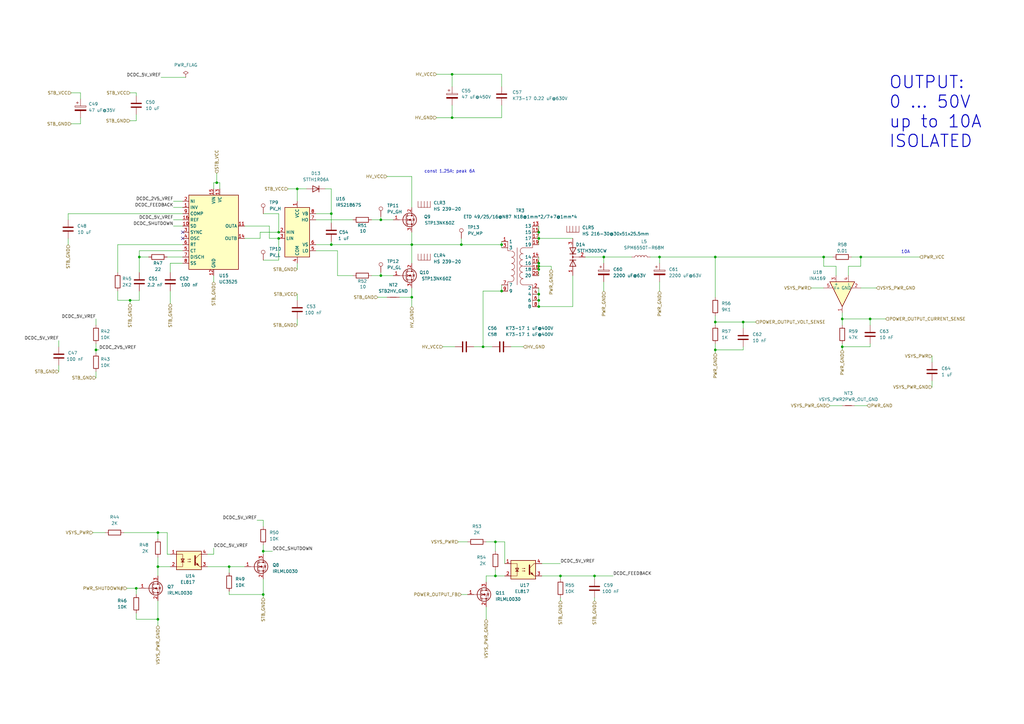
<source format=kicad_sch>
(kicad_sch (version 20231120) (generator "eeschema") (generator_version "8.0")
  (paper "A3")
  (lib_symbols
    (symbol "Amplifier_Current:INA169" (pin_names (offset 0.127))
      (property "Reference" "U" (at 3.81 5.08 0))
      (property "Value" "INA169" (at 3.81 2.54 0))
      (symbol "INA169_0_1"
        (polyline (pts (xy -5.08 5.08) (xy 5.08 0) (xy -5.08 -5.08) (xy -5.08 5.08)) (stroke (width 0.254)) (fill (type background)))
      )
      (symbol "INA169_1_1"
        (pin output line (at 7.62 0 180) (length 2.54) (name "~") (number "1"))
        (pin power_in line (at -2.54 -7.62 90) (length 3.81) (name "GND") (number "2"))
        (pin input line (at -7.62 2.54 0) (length 2.54) (name "+") (number "3"))
        (pin input line (at -7.62 -2.54 0) (length 2.54) (name "-") (number "4"))
        (pin power_in line (at -2.54 7.62 270) (length 3.81) (name "V+") (number "5"))
      )
    )
    (symbol "Connector:TestPoint" (pin_numbers hide) (pin_names (offset 0.762) hide)
      (property "Reference" "TP" (at 0 6.858 0))
      (property "Value" "TestPoint" (at 0 5.08 0))
      (symbol "TestPoint_0_1"
        (circle (center 0 3.302) (radius 0.762))
      )
      (symbol "TestPoint_1_1"
        (pin passive line (at 0 0 90) (length 2.54) (name "1") (number "1"))
      )
    )
    (symbol "Device:C" (pin_numbers hide) (pin_names (offset 0.254))
      (property "Reference" "C" (at 0.635 2.54 0))
      (property "Value" "C" (at 0.635 -2.54 0))
      (symbol "C_0_1"
        (polyline (pts (xy -2.032 -0.762) (xy 2.032 -0.762)) (stroke (width 0.508)))
        (polyline (pts (xy -2.032 0.762) (xy 2.032 0.762)) (stroke (width 0.508)))
      )
      (symbol "C_1_1"
        (pin passive line (at 0 3.81 270) (length 2.794) (name "~") (number "1"))
        (pin passive line (at 0 -3.81 90) (length 2.794) (name "~") (number "2"))
      )
    )
    (symbol "Device:C_Polarized" (pin_numbers hide) (pin_names (offset 0.254))
      (property "Reference" "C" (at 0.635 2.54 0))
      (property "Value" "C_Polarized" (at 0.635 -2.54 0))
      (symbol "C_Polarized_0_1"
        (rectangle (start -2.286 0.508) (end 2.286 1.016))
        (polyline (pts (xy -1.778 2.286) (xy -0.762 2.286)))
        (polyline (pts (xy -1.27 2.794) (xy -1.27 1.778)))
        (rectangle (start 2.286 -0.508) (end -2.286 -1.016) (fill (type outline)))
      )
      (symbol "C_Polarized_1_1"
        (pin passive line (at 0 3.81 270) (length 2.794) (name "~") (number "1"))
        (pin passive line (at 0 -3.81 90) (length 2.794) (name "~") (number "2"))
      )
    )
    (symbol "Device:D" (pin_numbers hide) (pin_names (offset 1.016) hide)
      (property "Reference" "D" (at 0 2.54 0))
      (property "Value" "D" (at 0 -2.54 0))
      (symbol "D_0_1"
        (polyline (pts (xy -1.27 1.27) (xy -1.27 -1.27)) (stroke (width 0.254)))
        (polyline (pts (xy 1.27 0) (xy -1.27 0)))
        (polyline (pts (xy 1.27 1.27) (xy 1.27 -1.27) (xy -1.27 0) (xy 1.27 1.27)) (stroke (width 0.254)))
      )
      (symbol "D_1_1"
        (pin passive line (at -3.81 0 0) (length 2.54) (name "K") (number "1"))
        (pin passive line (at 3.81 0 180) (length 2.54) (name "A") (number "2"))
      )
    )
    (symbol "Device:D_Dual_CommonCathode_AKA" (pin_names (offset 0.762) hide)
      (property "Reference" "D" (at 1.27 -2.54 0))
      (property "Value" "D_Dual_CommonCathode_AKA" (at 0 2.54 0))
      (symbol "D_Dual_CommonCathode_AKA_0_1"
        (polyline (pts (xy 0 0) (xy 0 -2.54)))
        (polyline (pts (xy 3.81 0) (xy -3.81 0)))
        (polyline (pts (xy -1.27 -1.27) (xy -1.27 1.27) (xy -1.27 1.27)) (stroke (width 0.254)))
        (polyline (pts (xy 1.27 -1.27) (xy 1.27 1.27) (xy 1.27 1.27)) (stroke (width 0.254)))
        (polyline (pts (xy -3.81 1.27) (xy -1.27 0) (xy -3.81 -1.27) (xy -3.81 1.27) (xy -3.81 1.27) (xy -3.81 1.27)) (stroke (width 0.254)))
        (polyline (pts (xy 3.81 -1.27) (xy 1.27 0) (xy 3.81 1.27) (xy 3.81 -1.27) (xy 3.81 -1.27) (xy 3.81 -1.27)) (stroke (width 0.254)))
        (circle (center 0 0) (radius 0.254) (fill (type outline)))
        (pin passive line (at -7.62 0 0) (length 3.81) (name "A") (number "1"))
        (pin passive line (at 0 -5.08 90) (length 2.54) (name "K") (number "2"))
        (pin passive line (at 7.62 0 180) (length 3.81) (name "A") (number "3"))
      )
    )
    (symbol "Device:L" (pin_numbers hide) (pin_names (offset 1.016) hide)
      (property "Reference" "L" (at -1.27 0 90))
      (property "Value" "L" (at 1.905 0 90))
      (symbol "L_0_1"
        (arc (start 0 -2.54) (mid 0.6323 -1.905) (end 0 -1.27))
        (arc (start 0 -1.27) (mid 0.6323 -0.635) (end 0 0))
        (arc (start 0 0) (mid 0.6323 0.635) (end 0 1.27))
        (arc (start 0 1.27) (mid 0.6323 1.905) (end 0 2.54))
      )
      (symbol "L_1_1"
        (pin passive line (at 0 3.81 270) (length 1.27) (name "1") (number "1"))
        (pin passive line (at 0 -3.81 90) (length 1.27) (name "2") (number "2"))
      )
    )
    (symbol "Device:NetTie_2" (pin_numbers hide) (pin_names (offset 0) hide) (in_bom no)
      (property "Reference" "NT" (at 0 1.27 0))
      (property "Value" "NetTie_2" (at 0 -1.27 0))
      (symbol "NetTie_2_0_1"
        (polyline (pts (xy -1.27 0) (xy 1.27 0)) (stroke (width 0.254)))
      )
      (symbol "NetTie_2_1_1"
        (pin passive line (at -2.54 0 0) (length 2.54) (name "1") (number "1"))
        (pin passive line (at 2.54 0 180) (length 2.54) (name "2") (number "2"))
      )
    )
    (symbol "Device:Q_NMOS_GDS" (pin_names (offset 0) hide)
      (property "Reference" "Q" (at 5.08 1.27 0))
      (property "Value" "Q_NMOS_GDS" (at 5.08 -1.27 0))
      (symbol "Q_NMOS_GDS_0_1"
        (polyline (pts (xy 0.254 0) (xy -2.54 0)))
        (polyline (pts (xy 0.254 1.905) (xy 0.254 -1.905)) (stroke (width 0.254)))
        (polyline (pts (xy 0.762 -1.27) (xy 0.762 -2.286)) (stroke (width 0.254)))
        (polyline (pts (xy 0.762 0.508) (xy 0.762 -0.508)) (stroke (width 0.254)))
        (polyline (pts (xy 0.762 2.286) (xy 0.762 1.27)) (stroke (width 0.254)))
        (polyline (pts (xy 2.54 2.54) (xy 2.54 1.778)))
        (polyline (pts (xy 2.54 -2.54) (xy 2.54 0) (xy 0.762 0)))
        (polyline (pts (xy 0.762 -1.778) (xy 3.302 -1.778) (xy 3.302 1.778) (xy 0.762 1.778)))
        (polyline (pts (xy 1.016 0) (xy 2.032 0.381) (xy 2.032 -0.381) (xy 1.016 0)) (fill (type outline)))
        (polyline (pts (xy 2.794 0.508) (xy 2.921 0.381) (xy 3.683 0.381) (xy 3.81 0.254)))
        (polyline (pts (xy 3.302 0.381) (xy 2.921 -0.254) (xy 3.683 -0.254) (xy 3.302 0.381)))
        (circle (center 1.651 0) (radius 2.794) (stroke (width 0.254)))
        (circle (center 2.54 -1.778) (radius 0.254) (fill (type outline)))
        (circle (center 2.54 1.778) (radius 0.254) (fill (type outline)))
      )
      (symbol "Q_NMOS_GDS_1_1"
        (pin input line (at -5.08 0 0) (length 2.54) (name "G") (number "1"))
        (pin passive line (at 2.54 5.08 270) (length 2.54) (name "D") (number "2"))
        (pin passive line (at 2.54 -5.08 90) (length 2.54) (name "S") (number "3"))
      )
    )
    (symbol "Device:R" (pin_numbers hide) (pin_names (offset 0))
      (property "Reference" "R" (at 2.032 0 90))
      (property "Value" "R" (at 0 0 90))
      (symbol "R_0_1"
        (rectangle (start -1.016 -2.54) (end 1.016 2.54) (stroke (width 0.254)))
      )
      (symbol "R_1_1"
        (pin passive line (at 0 3.81 270) (length 1.27) (name "~") (number "1"))
        (pin passive line (at 0 -3.81 90) (length 1.27) (name "~") (number "2"))
      )
    )
    (symbol "Driver_FET:IRS21867S"
      (property "Reference" "U" (at 1.27 13.335 0))
      (property "Value" "IRS21867S" (at 1.27 11.43 0))
      (symbol "IRS21867S_0_1"
        (rectangle (start -5.08 -10.16) (end 5.08 10.16) (stroke (width 0.254)) (fill (type background)))
      )
      (symbol "IRS21867S_1_1"
        (pin power_in line (at 0 12.7 270) (length 2.54) (name "VCC") (number "1"))
        (pin input line (at -7.62 0 0) (length 2.54) (name "HIN") (number "2"))
        (pin input line (at -7.62 -2.54 0) (length 2.54) (name "LIN") (number "3"))
        (pin power_in line (at 0 -12.7 90) (length 2.54) (name "COM") (number "4"))
        (pin output line (at 7.62 -7.62 180) (length 2.54) (name "LO") (number "5"))
        (pin passive line (at 7.62 -5.08 180) (length 2.54) (name "VS") (number "6"))
        (pin output line (at 7.62 5.08 180) (length 2.54) (name "HO") (number "7"))
        (pin passive line (at 7.62 7.62 180) (length 2.54) (name "VB") (number "8"))
      )
    )
    (symbol "Isolator:EL817" (pin_names (offset 1.016))
      (property "Reference" "U" (at -5.08 5.08 0))
      (property "Value" "EL817" (at 0 5.08 0))
      (symbol "EL817_0_1"
        (rectangle (start -5.08 3.81) (end 5.08 -3.81) (stroke (width 0.254)) (fill (type background)))
        (polyline (pts (xy -3.175 -0.635) (xy -1.905 -0.635)) (stroke (width 0.254)))
        (polyline (pts (xy 2.54 0.635) (xy 4.445 2.54)))
        (polyline (pts (xy 4.445 -2.54) (xy 2.54 -0.635)) (fill (type outline)))
        (polyline (pts (xy 4.445 -2.54) (xy 5.08 -2.54)))
        (polyline (pts (xy 4.445 2.54) (xy 5.08 2.54)))
        (polyline (pts (xy -5.08 2.54) (xy -2.54 2.54) (xy -2.54 -0.635)))
        (polyline (pts (xy -2.54 -0.635) (xy -2.54 -2.54) (xy -5.08 -2.54)))
        (polyline (pts (xy 2.54 1.905) (xy 2.54 -1.905) (xy 2.54 -1.905)) (stroke (width 0.508)))
        (polyline (pts (xy -2.54 -0.635) (xy -3.175 0.635) (xy -1.905 0.635) (xy -2.54 -0.635)) (stroke (width 0.254)))
        (polyline (pts (xy -0.508 -0.508) (xy 0.762 -0.508) (xy 0.381 -0.635) (xy 0.381 -0.381) (xy 0.762 -0.508)))
        (polyline (pts (xy -0.508 0.508) (xy 0.762 0.508) (xy 0.381 0.381) (xy 0.381 0.635) (xy 0.762 0.508)))
        (polyline (pts (xy 3.048 -1.651) (xy 3.556 -1.143) (xy 4.064 -2.159) (xy 3.048 -1.651) (xy 3.048 -1.651)) (fill (type outline)))
      )
      (symbol "EL817_1_1"
        (pin passive line (at -7.62 2.54 0) (length 2.54) (name "~") (number "1"))
        (pin passive line (at -7.62 -2.54 0) (length 2.54) (name "~") (number "2"))
        (pin passive line (at 7.62 -2.54 180) (length 2.54) (name "~") (number "3"))
        (pin passive line (at 7.62 2.54 180) (length 2.54) (name "~") (number "4"))
      )
    )
    (symbol "My_Library:COOLER"
      (property "Reference" "CLR" (at 0 -1.27 0))
      (property "Value" "COOLER" (at 0 -3.81 0))
      (symbol "COOLER_0_1"
        (polyline (pts (xy -1.27 2.54) (xy -1.27 0)))
        (polyline (pts (xy 0 2.54) (xy 0 0)))
        (polyline (pts (xy 1.27 2.54) (xy 1.27 0)))
        (polyline (pts (xy -2.54 2.54) (xy -2.54 0) (xy 2.54 0) (xy 2.54 2.54)))
      )
    )
    (symbol "My_Library:TR_1x2_1.5x4_10+10"
      (property "Reference" "TR" (at 0 -16.51 0))
      (property "Value" "TR_1x2_1.5x4_10+10" (at 0 -19.05 0))
      (symbol "TR_1x2_1.5x4_10+10_0_1"
        (arc (start -2.501 -6.35) (mid -1.2694 -5.08) (end -2.501 -3.81))
        (arc (start -2.2514 -3.9348) (mid -1.0198 -2.6648) (end -2.2514 -1.3948))
        (arc (start -2.2514 -1.3948) (mid -1.0198 -0.1248) (end -2.2514 1.1452))
        (arc (start -2.2514 1.1452) (mid -1.0198 2.4152) (end -2.2514 3.6852))
        (arc (start -2.2514 3.6852) (mid -1.0198 4.9552) (end -2.2514 6.2252))
        (polyline (pts (xy 0 7.62) (xy 0 -7.62)))
        (polyline (pts (xy 2.54 0) (xy 6.35 0)))
        (polyline (pts (xy 6.35 -13.97) (xy 6.35 -16.51)))
        (polyline (pts (xy 6.35 -3.81) (xy 6.35 -1.27)))
        (polyline (pts (xy 6.35 3.81) (xy 6.35 -1.27)))
        (polyline (pts (xy 6.35 13.97) (xy 6.35 16.51)))
        (polyline (pts (xy -3.81 -10.16) (xy -3.81 -6.35) (xy -2.54 -6.35)))
        (polyline (pts (xy -3.81 10.16) (xy -3.81 6.35) (xy -2.54 6.35)))
        (polyline (pts (xy 2.54 -7.62) (xy 6.35 -7.62) (xy 6.35 -13.97)))
        (polyline (pts (xy 6.35 13.97) (xy 6.35 7.62) (xy 2.54 7.62)))
        (arc (start 2.2514 -2.4152) (mid 1.0198 -3.6852) (end 2.2514 -4.9552))
        (arc (start 2.2514 0.1248) (mid 1.0198 -1.1452) (end 2.2514 -2.4152))
        (arc (start 2.2514 2.6648) (mid 1.0198 1.3948) (end 2.2514 0.1248))
        (arc (start 2.2514 5.2048) (mid 1.0198 3.9348) (end 2.2514 2.6648))
        (arc (start 2.501 -5.08) (mid 1.2694 -6.35) (end 2.501 -7.62))
        (arc (start 2.501 7.62) (mid 1.2694 6.35) (end 2.501 5.08))
      )
      (symbol "TR_1x2_1.5x4_10+10_1_1"
        (pin bidirectional line (at -6.35 10.16 0) (length 2.54) (name "1") (number "1"))
        (pin bidirectional line (at 8.89 16.51 180) (length 2.54) (name "13") (number "13"))
        (pin bidirectional line (at 8.89 3.81 180) (length 2.54) (name "14") (number "14"))
        (pin bidirectional line (at 8.89 13.97 180) (length 2.54) (name "15") (number "15"))
        (pin bidirectional line (at 8.89 1.27 180) (length 2.54) (name "16") (number "16"))
        (pin bidirectional line (at 8.89 11.43 180) (length 2.54) (name "17") (number "17"))
        (pin bidirectional line (at 8.89 -1.27 180) (length 2.54) (name "18") (number "18"))
        (pin bidirectional line (at 8.89 8.89 180) (length 2.54) (name "19") (number "19"))
        (pin bidirectional line (at 8.89 -8.89 180) (length 2.54) (name "2") (number "2"))
        (pin bidirectional line (at 8.89 -3.81 180) (length 2.54) (name "20") (number "20"))
        (pin bidirectional line (at -6.35 7.62 0) (length 2.54) (name "3") (number "3"))
        (pin bidirectional line (at 8.89 -11.43 180) (length 2.54) (name "4") (number "4"))
        (pin bidirectional line (at 8.89 -13.97 180) (length 2.54) (name "6") (number "6"))
        (pin bidirectional line (at -6.35 -7.62 0) (length 2.54) (name "7") (number "7"))
        (pin bidirectional line (at 8.89 -16.51 180) (length 2.54) (name "8") (number "8"))
        (pin bidirectional line (at -6.35 -10.16 0) (length 2.54) (name "9") (number "9"))
      )
    )
    (symbol "Regulator_Controller:UC3525"
      (property "Reference" "U" (at 3.81 19.05 0))
      (property "Value" "UC3525" (at 3.81 16.51 0))
      (symbol "UC3525_0_1"
        (rectangle (start -10.16 -15.24) (end 10.16 15.24) (stroke (width 0.254)) (fill (type background)))
      )
      (symbol "UC3525_1_1"
        (pin input line (at -12.7 10.16 0) (length 2.54) (name "INV") (number "1"))
        (pin passive line (at -12.7 2.54 0) (length 2.54) (name "SD") (number "10"))
        (pin output line (at 12.7 2.54 180) (length 2.54) (name "OUTA") (number "11"))
        (pin power_in line (at 0 -17.78 90) (length 2.54) (name "GND") (number "12"))
        (pin power_in line (at 2.54 17.78 270) (length 2.54) (name "VC") (number "13"))
        (pin output line (at 12.7 -2.54 180) (length 2.54) (name "OUTB") (number "14"))
        (pin power_in line (at 0 17.78 270) (length 2.54) (name "VIN") (number "15"))
        (pin power_in line (at -12.7 5.08 0) (length 2.54) (name "REF") (number "16"))
        (pin input line (at -12.7 12.7 0) (length 2.54) (name "NI") (number "2"))
        (pin passive line (at -12.7 0 0) (length 2.54) (name "SYNC") (number "3"))
        (pin output line (at -12.7 -2.54 0) (length 2.54) (name "OSC") (number "4"))
        (pin passive line (at -12.7 -7.62 0) (length 2.54) (name "CT") (number "5"))
        (pin passive line (at -12.7 -5.08 0) (length 2.54) (name "RT") (number "6"))
        (pin open_collector line (at -12.7 -10.16 0) (length 2.54) (name "DISCH") (number "7"))
        (pin passive line (at -12.7 -12.7 0) (length 2.54) (name "SS") (number "8"))
        (pin passive line (at -12.7 7.62 0) (length 2.54) (name "COMP") (number "9"))
      )
    )
    (symbol "Transistor_FET:IRLML0030" (pin_names hide)
      (property "Reference" "Q" (at 5.08 1.905 0))
      (property "Value" "IRLML0030" (at 5.08 0 0))
      (symbol "IRLML0030_0_1"
        (polyline (pts (xy 0.254 0) (xy -2.54 0)))
        (polyline (pts (xy 0.254 1.905) (xy 0.254 -1.905)) (stroke (width 0.254)))
        (polyline (pts (xy 0.762 -1.27) (xy 0.762 -2.286)) (stroke (width 0.254)))
        (polyline (pts (xy 0.762 0.508) (xy 0.762 -0.508)) (stroke (width 0.254)))
        (polyline (pts (xy 0.762 2.286) (xy 0.762 1.27)) (stroke (width 0.254)))
        (polyline (pts (xy 2.54 2.54) (xy 2.54 1.778)))
        (polyline (pts (xy 2.54 -2.54) (xy 2.54 0) (xy 0.762 0)))
        (polyline (pts (xy 0.762 -1.778) (xy 3.302 -1.778) (xy 3.302 1.778) (xy 0.762 1.778)))
        (polyline (pts (xy 1.016 0) (xy 2.032 0.381) (xy 2.032 -0.381) (xy 1.016 0)) (fill (type outline)))
        (polyline (pts (xy 2.794 0.508) (xy 2.921 0.381) (xy 3.683 0.381) (xy 3.81 0.254)))
        (polyline (pts (xy 3.302 0.381) (xy 2.921 -0.254) (xy 3.683 -0.254) (xy 3.302 0.381)))
        (circle (center 1.651 0) (radius 2.794) (stroke (width 0.254)))
        (circle (center 2.54 -1.778) (radius 0.254) (fill (type outline)))
        (circle (center 2.54 1.778) (radius 0.254) (fill (type outline)))
      )
      (symbol "IRLML0030_1_1"
        (pin input line (at -5.08 0 0) (length 2.54) (name "G") (number "1"))
        (pin passive line (at 2.54 -5.08 90) (length 2.54) (name "S") (number "2"))
        (pin passive line (at 2.54 5.08 270) (length 2.54) (name "D") (number "3"))
      )
    )
    (symbol "power:PWR_FLAG" (power) (pin_numbers hide) (pin_names (offset 0) hide)
      (property "Value" "PWR_FLAG" (at 0 3.81 0))
      (symbol "PWR_FLAG_0_0"
        (pin power_out line (at 0 0 90) (length 0) (name "~") (number "1"))
      )
      (symbol "PWR_FLAG_0_1"
        (polyline (pts (xy 0 0) (xy 0 1.27) (xy -1.016 1.905) (xy 0 2.54) (xy 1.016 1.905) (xy 0 1.27)))
      )
    )
  )
  (junction (at 220.98 120.65))
  (junction (at 114.3 95.25))
  (junction (at 304.8 132.08))
  (junction (at 168.91 100.33))
  (junction (at 220.98 110.49))
  (junction (at 135.89 100.33))
  (junction (at 205.74 100.33))
  (junction (at 220.98 107.95))
  (junction (at 185.42 48.26))
  (junction (at 64.77 254))
  (junction (at 220.98 123.19))
  (junction (at 293.37 143.51))
  (junction (at 337.82 105.41))
  (junction (at 57.15 105.41))
  (junction (at 198.12 142.24))
  (junction (at 39.37 143.51))
  (junction (at 156.21 113.03))
  (junction (at 64.77 232.41))
  (junction (at 270.51 105.41))
  (junction (at 135.89 87.63))
  (junction (at 107.95 226.06))
  (junction (at 168.91 121.92))
  (junction (at 220.98 97.79))
  (junction (at 121.92 77.47))
  (junction (at 247.65 105.41))
  (junction (at 93.98 232.41))
  (junction (at 107.95 243.84))
  (junction (at 345.44 130.81))
  (junction (at 293.37 105.41))
  (junction (at 53.34 123.19))
  (junction (at 114.3 97.79))
  (junction (at 156.21 90.17))
  (junction (at 220.98 109.22))
  (junction (at 203.2 222.25))
  (junction (at 189.23 100.33))
  (junction (at 229.87 236.22))
  (junction (at 55.88 241.3))
  (junction (at 243.84 236.22))
  (junction (at 353.06 105.41))
  (junction (at 220.98 95.25))
  (junction (at 205.74 119.38))
  (junction (at 293.37 132.08))
  (junction (at 345.44 142.24))
  (junction (at 88.9 74.93))
  (junction (at 356.87 130.81))
  (junction (at 203.2 236.22))
  (junction (at 185.42 30.48))
  (junction (at 64.77 218.44))
  (junction (at 220.98 125.73))
  (no_connect (at 74.93 97.79))
  (no_connect (at 74.93 95.25))
  (wire (pts (xy 293.37 132.08) (xy 293.37 133.35)))
  (wire (pts (xy 105.41 213.36) (xy 107.95 213.36)))
  (wire (pts (xy 205.74 100.33) (xy 205.74 101.6)))
  (wire (pts (xy 247.65 105.41) (xy 247.65 107.95)))
  (wire (pts (xy 64.77 254) (xy 64.77 256.54)))
  (wire (pts (xy 53.34 123.19) (xy 53.34 124.46)))
  (wire (pts (xy 55.88 38.1) (xy 55.88 39.37)))
  (wire (pts (xy 293.37 105.41) (xy 293.37 121.92)))
  (wire (pts (xy 222.25 231.14) (xy 229.87 231.14)))
  (wire (pts (xy 71.12 85.09) (xy 74.93 85.09)))
  (wire (pts (xy 24.13 139.7) (xy 24.13 142.24)))
  (wire (pts (xy 68.58 227.33) (xy 69.85 227.33)))
  (wire (pts (xy 337.82 105.41) (xy 341.63 105.41)))
  (wire (pts (xy 185.42 48.26) (xy 205.74 48.26)))
  (wire (pts (xy 135.89 91.44) (xy 135.89 87.63)))
  (wire (pts (xy 53.34 123.19) (xy 57.15 123.19)))
  (wire (pts (xy 353.06 105.41) (xy 377.19 105.41)))
  (wire (pts (xy 121.92 77.47) (xy 125.73 77.47)))
  (wire (pts (xy 93.98 232.41) (xy 100.33 232.41)))
  (wire (pts (xy 345.44 130.81) (xy 356.87 130.81)))
  (wire (pts (xy 220.98 95.25) (xy 220.98 97.79)))
  (wire (pts (xy 347.98 109.22) (xy 353.06 109.22)))
  (wire (pts (xy 209.55 142.24) (xy 214.63 142.24)))
  (wire (pts (xy 87.63 227.33) (xy 85.09 227.33)))
  (wire (pts (xy 345.44 142.24) (xy 356.87 142.24)))
  (wire (pts (xy 181.61 142.24) (xy 186.69 142.24)))
  (wire (pts (xy 337.82 109.22) (xy 337.82 105.41)))
  (wire (pts (xy 156.21 88.9) (xy 156.21 90.17)))
  (wire (pts (xy 342.9 109.22) (xy 337.82 109.22)))
  (wire (pts (xy 199.39 248.92) (xy 199.39 254)))
  (wire (pts (xy 107.95 243.84) (xy 107.95 245.11)))
  (wire (pts (xy 220.98 118.11) (xy 220.98 120.65)))
  (wire (pts (xy 205.74 30.48) (xy 185.42 30.48)))
  (wire (pts (xy 55.88 241.3) (xy 55.88 243.84)))
  (wire (pts (xy 205.74 116.84) (xy 205.74 119.38)))
  (wire (pts (xy 198.12 142.24) (xy 201.93 142.24)))
  (wire (pts (xy 347.98 113.03) (xy 347.98 109.22)))
  (wire (pts (xy 64.77 246.38) (xy 64.77 254)))
  (wire (pts (xy 229.87 236.22) (xy 229.87 237.49)))
  (wire (pts (xy 185.42 30.48) (xy 185.42 35.56)))
  (wire (pts (xy 345.44 130.81) (xy 345.44 133.35)))
  (wire (pts (xy 356.87 130.81) (xy 363.22 130.81)))
  (wire (pts (xy 229.87 236.22) (xy 243.84 236.22)))
  (wire (pts (xy 135.89 100.33) (xy 168.91 100.33)))
  (wire (pts (xy 107.95 106.68) (xy 114.3 106.68)))
  (wire (pts (xy 270.51 105.41) (xy 293.37 105.41)))
  (wire (pts (xy 293.37 140.97) (xy 293.37 143.51)))
  (wire (pts (xy 114.3 106.68) (xy 114.3 97.79)))
  (wire (pts (xy 87.63 77.47) (xy 87.63 74.93)))
  (wire (pts (xy 100.33 97.79) (xy 106.68 97.79)))
  (wire (pts (xy 107.95 87.63) (xy 114.3 87.63)))
  (wire (pts (xy 39.37 143.51) (xy 40.64 143.51)))
  (wire (pts (xy 205.74 35.56) (xy 205.74 30.48)))
  (wire (pts (xy 220.98 123.19) (xy 220.98 125.73)))
  (wire (pts (xy 53.34 49.53) (xy 55.88 49.53)))
  (wire (pts (xy 121.92 107.95) (xy 121.92 110.49)))
  (wire (pts (xy 203.2 222.25) (xy 207.01 222.25)))
  (wire (pts (xy 33.02 38.1) (xy 33.02 40.64)))
  (wire (pts (xy 234.95 113.03) (xy 234.95 125.73)))
  (wire (pts (xy 205.74 119.38) (xy 198.12 119.38)))
  (wire (pts (xy 220.98 107.95) (xy 220.98 109.22)))
  (wire (pts (xy 39.37 152.4) (xy 39.37 154.94)))
  (wire (pts (xy 100.33 92.71) (xy 110.49 92.71)))
  (wire (pts (xy 243.84 245.11) (xy 243.84 246.38)))
  (wire (pts (xy 33.02 50.8) (xy 33.02 48.26)))
  (wire (pts (xy 342.9 113.03) (xy 342.9 109.22)))
  (wire (pts (xy 114.3 87.63) (xy 114.3 95.25)))
  (wire (pts (xy 203.2 236.22) (xy 207.01 236.22)))
  (wire (pts (xy 179.07 30.48) (xy 185.42 30.48)))
  (wire (pts (xy 345.44 142.24) (xy 345.44 143.51)))
  (wire (pts (xy 293.37 105.41) (xy 337.82 105.41)))
  (wire (pts (xy 74.93 107.95) (xy 69.85 107.95)))
  (wire (pts (xy 24.13 149.86) (xy 24.13 152.4)))
  (wire (pts (xy 53.34 38.1) (xy 55.88 38.1)))
  (wire (pts (xy 226.06 110.49) (xy 226.06 109.22)))
  (wire (pts (xy 90.17 74.93) (xy 88.9 74.93)))
  (wire (pts (xy 220.98 109.22) (xy 226.06 109.22)))
  (wire (pts (xy 356.87 130.81) (xy 356.87 133.35)))
  (wire (pts (xy 247.65 115.57) (xy 247.65 119.38)))
  (wire (pts (xy 48.26 119.38) (xy 48.26 123.19)))
  (wire (pts (xy 349.25 105.41) (xy 353.06 105.41)))
  (wire (pts (xy 66.04 31.75) (xy 76.2 31.75)))
  (wire (pts (xy 87.63 74.93) (xy 88.9 74.93)))
  (wire (pts (xy 205.74 43.18) (xy 205.74 48.26)))
  (wire (pts (xy 107.95 237.49) (xy 107.95 243.84)))
  (wire (pts (xy 121.92 130.81) (xy 121.92 133.35)))
  (wire (pts (xy 350.52 166.37) (xy 355.6 166.37)))
  (wire (pts (xy 247.65 105.41) (xy 259.08 105.41)))
  (wire (pts (xy 332.74 118.11) (xy 337.82 118.11)))
  (wire (pts (xy 220.98 120.65) (xy 220.98 123.19)))
  (wire (pts (xy 135.89 77.47) (xy 135.89 87.63)))
  (wire (pts (xy 107.95 226.06) (xy 107.95 227.33)))
  (wire (pts (xy 133.35 77.47) (xy 135.89 77.47)))
  (wire (pts (xy 27.94 97.79) (xy 27.94 100.33)))
  (wire (pts (xy 87.63 113.03) (xy 87.63 115.57)))
  (wire (pts (xy 69.85 107.95) (xy 69.85 111.76)))
  (wire (pts (xy 382.27 146.05) (xy 382.27 148.59)))
  (wire (pts (xy 179.07 48.26) (xy 185.42 48.26)))
  (wire (pts (xy 64.77 218.44) (xy 68.58 218.44)))
  (wire (pts (xy 71.12 92.71) (xy 74.93 92.71)))
  (wire (pts (xy 87.63 224.79) (xy 87.63 227.33)))
  (wire (pts (xy 64.77 232.41) (xy 64.77 236.22)))
  (wire (pts (xy 27.94 87.63) (xy 74.93 87.63)))
  (wire (pts (xy 205.74 99.06) (xy 205.74 100.33)))
  (wire (pts (xy 168.91 100.33) (xy 168.91 107.95)))
  (wire (pts (xy 304.8 132.08) (xy 304.8 134.62)))
  (wire (pts (xy 64.77 218.44) (xy 64.77 220.98)))
  (wire (pts (xy 135.89 100.33) (xy 129.54 100.33)))
  (wire (pts (xy 152.4 90.17) (xy 156.21 90.17)))
  (wire (pts (xy 107.95 226.06) (xy 111.76 226.06)))
  (wire (pts (xy 220.98 110.49) (xy 220.98 113.03)))
  (wire (pts (xy 270.51 107.95) (xy 270.51 105.41)))
  (wire (pts (xy 243.84 236.22) (xy 251.46 236.22)))
  (wire (pts (xy 39.37 130.81) (xy 39.37 133.35)))
  (wire (pts (xy 110.49 92.71) (xy 110.49 97.79)))
  (wire (pts (xy 156.21 90.17) (xy 161.29 90.17)))
  (wire (pts (xy 382.27 156.21) (xy 382.27 158.75)))
  (wire (pts (xy 48.26 100.33) (xy 74.93 100.33)))
  (wire (pts (xy 152.4 113.03) (xy 156.21 113.03)))
  (wire (pts (xy 68.58 218.44) (xy 68.58 227.33)))
  (wire (pts (xy 29.21 38.1) (xy 33.02 38.1)))
  (wire (pts (xy 118.11 77.47) (xy 121.92 77.47)))
  (wire (pts (xy 345.44 142.24) (xy 345.44 140.97)))
  (wire (pts (xy 135.89 87.63) (xy 129.54 87.63)))
  (wire (pts (xy 199.39 238.76) (xy 199.39 236.22)))
  (wire (pts (xy 93.98 234.95) (xy 93.98 232.41)))
  (wire (pts (xy 185.42 43.18) (xy 185.42 48.26)))
  (wire (pts (xy 168.91 100.33) (xy 189.23 100.33)))
  (wire (pts (xy 39.37 140.97) (xy 39.37 143.51)))
  (wire (pts (xy 220.98 105.41) (xy 220.98 107.95)))
  (wire (pts (xy 48.26 123.19) (xy 53.34 123.19)))
  (wire (pts (xy 353.06 118.11) (xy 359.41 118.11)))
  (wire (pts (xy 107.95 223.52) (xy 107.95 226.06)))
  (wire (pts (xy 199.39 222.25) (xy 203.2 222.25)))
  (wire (pts (xy 121.92 120.65) (xy 121.92 123.19)))
  (wire (pts (xy 243.84 236.22) (xy 243.84 237.49)))
  (wire (pts (xy 129.54 90.17) (xy 144.78 90.17)))
  (wire (pts (xy 38.1 218.44) (xy 43.18 218.44)))
  (wire (pts (xy 293.37 143.51) (xy 293.37 144.78)))
  (wire (pts (xy 110.49 97.79) (xy 114.3 97.79)))
  (wire (pts (xy 106.68 97.79) (xy 106.68 95.25)))
  (wire (pts (xy 121.92 77.47) (xy 121.92 82.55)))
  (wire (pts (xy 57.15 123.19) (xy 57.15 119.38)))
  (wire (pts (xy 68.58 105.41) (xy 74.93 105.41)))
  (wire (pts (xy 107.95 213.36) (xy 107.95 215.9)))
  (wire (pts (xy 55.88 251.46) (xy 55.88 254)))
  (wire (pts (xy 55.88 254) (xy 64.77 254)))
  (wire (pts (xy 71.12 90.17) (xy 74.93 90.17)))
  (wire (pts (xy 220.98 97.79) (xy 220.98 100.33)))
  (wire (pts (xy 266.7 105.41) (xy 270.51 105.41)))
  (wire (pts (xy 88.9 71.12) (xy 88.9 74.93)))
  (wire (pts (xy 85.09 232.41) (xy 93.98 232.41)))
  (wire (pts (xy 189.23 97.79) (xy 189.23 100.33)))
  (wire (pts (xy 163.83 121.92) (xy 168.91 121.92)))
  (wire (pts (xy 229.87 245.11) (xy 229.87 246.38)))
  (wire (pts (xy 189.23 100.33) (xy 205.74 100.33)))
  (wire (pts (xy 29.21 50.8) (xy 33.02 50.8)))
  (wire (pts (xy 345.44 128.27) (xy 345.44 130.81)))
  (wire (pts (xy 220.98 109.22) (xy 220.98 110.49)))
  (wire (pts (xy 168.91 95.25) (xy 168.91 100.33)))
  (wire (pts (xy 234.95 125.73) (xy 220.98 125.73)))
  (wire (pts (xy 93.98 243.84) (xy 107.95 243.84)))
  (wire (pts (xy 154.94 121.92) (xy 158.75 121.92)))
  (wire (pts (xy 64.77 228.6) (xy 64.77 232.41)))
  (wire (pts (xy 55.88 241.3) (xy 57.15 241.3)))
  (wire (pts (xy 90.17 77.47) (xy 90.17 74.93)))
  (wire (pts (xy 222.25 236.22) (xy 229.87 236.22)))
  (wire (pts (xy 340.36 166.37) (xy 345.44 166.37)))
  (wire (pts (xy 135.89 99.06) (xy 135.89 100.33)))
  (wire (pts (xy 156.21 111.76) (xy 156.21 113.03)))
  (wire (pts (xy 199.39 236.22) (xy 203.2 236.22)))
  (wire (pts (xy 309.88 132.08) (xy 304.8 132.08)))
  (wire (pts (xy 57.15 111.76) (xy 57.15 105.41)))
  (wire (pts (xy 57.15 105.41) (xy 60.96 105.41)))
  (wire (pts (xy 48.26 111.76) (xy 48.26 100.33)))
  (wire (pts (xy 304.8 142.24) (xy 304.8 143.51)))
  (wire (pts (xy 50.8 218.44) (xy 64.77 218.44)))
  (wire (pts (xy 64.77 232.41) (xy 69.85 232.41)))
  (wire (pts (xy 57.15 102.87) (xy 74.93 102.87)))
  (wire (pts (xy 353.06 109.22) (xy 353.06 105.41)))
  (wire (pts (xy 304.8 143.51) (xy 293.37 143.51)))
  (wire (pts (xy 189.23 243.84) (xy 191.77 243.84)))
  (wire (pts (xy 198.12 119.38) (xy 198.12 142.24)))
  (wire (pts (xy 203.2 233.68) (xy 203.2 236.22)))
  (wire (pts (xy 106.68 95.25) (xy 114.3 95.25)))
  (wire (pts (xy 69.85 119.38) (xy 69.85 124.46)))
  (wire (pts (xy 203.2 222.25) (xy 203.2 226.06)))
  (wire (pts (xy 293.37 129.54) (xy 293.37 132.08)))
  (wire (pts (xy 220.98 97.79) (xy 234.95 97.79)))
  (wire (pts (xy 93.98 243.84) (xy 93.98 242.57)))
  (wire (pts (xy 240.03 105.41) (xy 247.65 105.41)))
  (wire (pts (xy 168.91 121.92) (xy 168.91 125.73)))
  (wire (pts (xy 156.21 113.03) (xy 161.29 113.03)))
  (wire (pts (xy 220.98 92.71) (xy 220.98 95.25)))
  (wire (pts (xy 270.51 115.57) (xy 270.51 119.38)))
  (wire (pts (xy 207.01 222.25) (xy 207.01 231.14)))
  (wire (pts (xy 168.91 118.11) (xy 168.91 121.92)))
  (wire (pts (xy 138.43 102.87) (xy 138.43 113.03)))
  (wire (pts (xy 27.94 90.17) (xy 27.94 87.63)))
  (wire (pts (xy 55.88 46.99) (xy 55.88 49.53)))
  (wire (pts (xy 158.75 72.39) (xy 168.91 72.39)))
  (wire (pts (xy 57.15 105.41) (xy 57.15 102.87)))
  (wire (pts (xy 129.54 102.87) (xy 138.43 102.87)))
  (wire (pts (xy 191.77 222.25) (xy 187.96 222.25)))
  (wire (pts (xy 52.07 241.3) (xy 55.88 241.3)))
  (wire (pts (xy 194.31 142.24) (xy 198.12 142.24)))
  (wire (pts (xy 138.43 113.03) (xy 144.78 113.03)))
  (wire (pts (xy 168.91 72.39) (xy 168.91 85.09)))
  (wire (pts (xy 71.12 82.55) (xy 74.93 82.55)))
  (wire (pts (xy 356.87 142.24) (xy 356.87 140.97)))
  (wire (pts (xy 304.8 132.08) (xy 293.37 132.08)))
  (wire (pts (xy 39.37 143.51) (xy 39.37 144.78)))
  (text "OUTPUT:\n0 ... 50V\nup to 10A\nISOLATED" (at 364.49 60.96 0) (effects (font (size 5 5) (thickness 0.4) (bold yes)) (justify left bottom)))
  (text "10A" (at 369.57 104.14 0) (effects (font (size 1.27 1.27)) (justify left bottom)))
  (text "const 1.25A; peak 6A" (at 173.99 71.12 0) (effects (font (size 1.27 1.27)) (justify left bottom)))
  (label "DCDC_5V_VREF" (at 229.87 231.14 0))
  (label "DCDC_5V_VREF" (at 71.12 90.17 180))
  (label "DCDC_FEEDBACK" (at 251.46 236.22 0))
  (label "DCDC_5V_VREF" (at 39.37 130.81 180))
  (label "DCDC_2V5_VREF" (at 40.64 143.51 0))
  (label "DCDC_5V_VREF" (at 87.63 224.79 0))
  (label "DCDC_5V_VREF" (at 66.04 31.75 180))
  (label "DCDC_SHUTDOWN" (at 71.12 92.71 180))
  (label "DCDC_2V5_VREF" (at 71.12 82.55 180))
  (label "DCDC_FEEDBACK" (at 71.12 85.09 180))
  (label "DCDC_5V_VREF" (at 24.13 139.7 180))
  (label "DCDC_SHUTDOWN" (at 111.76 226.06 0))
  (label "DCDC_5V_VREF" (at 105.41 213.36 180))
  (hierarchical_label "VSYS_PWR_GND" (shape input) (at 199.39 254 270))
  (hierarchical_label "VSYS_PWR_GND" (shape input) (at 359.41 118.11 0))
  (hierarchical_label "STB_GND" (shape input) (at 53.34 124.46 270))
  (hierarchical_label "STB_VCC" (shape input) (at 29.21 38.1 180))
  (hierarchical_label "PWR_GND" (shape input) (at 247.65 119.38 270))
  (hierarchical_label "STB_VCC" (shape input) (at 121.92 120.65 180))
  (hierarchical_label "STB_GND" (shape input) (at 27.94 100.33 270))
  (hierarchical_label "PWR_VCC" (shape input) (at 377.19 105.41 0))
  (hierarchical_label "STB_GND" (shape input) (at 243.84 246.38 270))
  (hierarchical_label "VSYS_PWR" (shape input) (at 382.27 146.05 180))
  (hierarchical_label "STB_GND" (shape input) (at 53.34 49.53 180))
  (hierarchical_label "HV_VCC" (shape input) (at 181.61 142.24 180))
  (hierarchical_label "STB_VCC" (shape input) (at 118.11 77.47 180))
  (hierarchical_label "STB_GND" (shape input) (at 29.21 50.8 180))
  (hierarchical_label "STB_GND" (shape input) (at 121.92 110.49 180))
  (hierarchical_label "HV_VCC" (shape input) (at 179.07 30.48 180))
  (hierarchical_label "PWR_GND" (shape input) (at 270.51 119.38 270))
  (hierarchical_label "POWER_OUTPUT_CURRENT_SENSE" (shape input) (at 363.22 130.81 0))
  (hierarchical_label "HV_GND" (shape input) (at 214.63 142.24 0))
  (hierarchical_label "POWER_OUTPUT_VOLT_SENSE" (shape input) (at 309.88 132.08 0))
  (hierarchical_label "STB_GND" (shape input) (at 229.87 246.38 270))
  (hierarchical_label "HV_VCC" (shape input) (at 158.75 72.39 180))
  (hierarchical_label "STB_GND" (shape input) (at 121.92 133.35 180))
  (hierarchical_label "VSYS_PWR_GND" (shape input) (at 382.27 158.75 180))
  (hierarchical_label "VSYS_PWR_GND" (shape input) (at 64.77 256.54 270))
  (hierarchical_label "STB_VCC" (shape input) (at 88.9 71.12 90))
  (hierarchical_label "STB_GND" (shape input) (at 69.85 124.46 270))
  (hierarchical_label "VSYS_PWR_GND" (shape input) (at 340.36 166.37 180))
  (hierarchical_label "HV_GND" (shape input) (at 179.07 48.26 180))
  (hierarchical_label "VSYS_PWR" (shape input) (at 38.1 218.44 180))
  (hierarchical_label "STB_VCC" (shape input) (at 53.34 38.1 180))
  (hierarchical_label "HV_GND" (shape input) (at 168.91 125.73 270))
  (hierarchical_label "STB_GND" (shape input) (at 107.95 245.11 270))
  (hierarchical_label "PWR_GND" (shape input) (at 355.6 166.37 0))
  (hierarchical_label "VSYS_PWR" (shape input) (at 187.96 222.25 180))
  (hierarchical_label "PWR_GND" (shape input) (at 293.37 144.78 270))
  (hierarchical_label "VSYS_PWR" (shape input) (at 332.74 118.11 180))
  (hierarchical_label "STB_GND" (shape input) (at 24.13 152.4 180))
  (hierarchical_label "STB_GND" (shape input) (at 39.37 154.94 180))
  (hierarchical_label "STB_GND" (shape input) (at 87.63 115.57 270))
  (hierarchical_label "STB_GND" (shape input) (at 154.94 121.92 180))
  (hierarchical_label "POWER_OUTPUT_FB" (shape input) (at 189.23 243.84 180))
  (hierarchical_label "PWR_GND" (shape input) (at 226.06 110.49 270))
  (hierarchical_label "PWR_GND" (shape input) (at 345.44 143.51 270))
  (hierarchical_label "PWR_SHUTDOWN#" (shape input) (at 52.07 241.3 180))
  (symbol (lib_id "Device:R") (at 93.98 238.76 0) (mirror y) (unit 1)
    (property "Reference" "R49" (at 96.52 237.49 0) (effects (justify right)))
    (property "Value" "10K" (at 96.52 240.03 0) (effects (justify right)))
    (property "Footprint" "Resistor_SMD:R_0805_2012Metric" (effects (hide yes)))
    (property "Description" "Resistor" (effects (hide yes)))
  )
  (symbol (lib_id "Device:C") (at 57.15 115.57 0) (unit 1)
    (property "Reference" "C51" (at 64.77 114.3 0) (effects (justify right)))
    (property "Value" "2.2 nF" (at 66.802 116.84 0) (effects (justify right)))
    (property "Footprint" "Capacitor_SMD:C_0603_1608Metric" (effects (hide yes)))
    (property "Description" "Unpolarized capacitor" (effects (hide yes)))
  )
  (symbol (lib_id "Device:R") (at 345.44 137.16 180) (unit 1)
    (property "Reference" "R59" (at 347.98 135.89 0) (effects (justify right)))
    (property "Value" "47K" (at 347.98 138.43 0) (effects (justify right)))
    (property "Footprint" "Resistor_SMD:R_0805_2012Metric" (effects (hide yes)))
    (property "Description" "Resistor" (effects (hide yes)))
  )
  (symbol (lib_id "Device:C_Polarized") (at 270.51 111.76 0) (unit 1)
    (property "Reference" "C61" (at 274.32 110.49 0) (effects (justify left)))
    (property "Value" "2200 uF@63V" (at 274.32 113.03 0) (effects (justify left)))
    (property "Footprint" "Capacitor_THT:CP_Radial_D18.0mm_P7.50mm" (effects (hide yes)))
    (property "Description" "Polarized capacitor" (effects (hide yes)))
  )
  (symbol (lib_id "Amplifier_Current:INA169") (at 345.44 120.65 90) (mirror x) (unit 1)
    (property "Reference" "U18" (at 335.28 111.6583 90))
    (property "Value" "INA169" (at 335.28 114.1983 90))
    (property "Footprint" "Package_TO_SOT_SMD:SOT-23-5" (effects (hide yes)))
    (property "Datasheet" "http://www.ti.com/lit/ds/symlink/ina169.pdf" (effects (hide yes)))
    (property "Description" "High-Side Measurement Current Shunt Monitor, 60V, SOT-23-5" (effects (hide yes)))
  )
  (symbol (lib_id "Device:R") (at 64.77 105.41 90) (unit 1)
    (property "Reference" "R47" (at 64.77 107.95 90))
    (property "Value" "22" (at 64.77 110.49 90))
    (property "Footprint" "Resistor_SMD:R_0805_2012Metric" (effects (hide yes)))
    (property "Description" "Resistor" (effects (hide yes)))
  )
  (symbol (lib_id "Device:C") (at 205.74 142.24 270) (unit 1)
    (property "Reference" "C58" (at 201.93 137.16 90))
    (property "Value" "К73-17 1 uF@400V" (at 217.17 137.16 90))
    (property "Footprint" "Capacitor_THT:C_Rect_L24.0mm_W12.8mm_P22.50mm_MKT" (effects (hide yes)))
    (property "Description" "Unpolarized capacitor" (effects (hide yes)))
  )
  (symbol (lib_id "Device:R") (at 107.95 219.71 0) (mirror y) (unit 1)
    (property "Reference" "R50" (at 110.49 218.44 0) (effects (justify right)))
    (property "Value" "10K" (at 110.49 220.98 0) (effects (justify right)))
    (property "Footprint" "Resistor_SMD:R_0805_2012Metric" (effects (hide yes)))
    (property "Description" "Resistor" (effects (hide yes)))
  )
  (symbol (lib_id "Device:NetTie_2") (at 347.98 166.37 0) (unit 1) (in_bom no)
    (property "Reference" "NT3" (at 347.98 161.29 0))
    (property "Value" "VSYS_PWR2PWR_OUT_GND" (at 347.98 163.83 0))
    (property "Footprint" "NetTie:NetTie-2_SMD_Pad2.0mm" (effects (hide yes)))
    (property "Description" "Net tie, 2 pins" (effects (hide yes)))
  )
  (symbol (lib_id "Device:D_Dual_CommonCathode_AKA") (at 234.95 105.41 90) (unit 1)
    (property "Reference" "D14" (at 240.03 100.33 90) (effects (justify left)))
    (property "Value" "STTH3003CW" (at 248.92 102.87 90) (effects (justify left)))
    (property "Footprint" "Package_TO_SOT_THT:TO-247-3_Vertical" (effects (hide yes)))
    (property "Description" "Dual diode, common cathode on pin 2" (effects (hide yes)))
  )
  (symbol (lib_id "Device:R") (at 148.59 90.17 90) (unit 1)
    (property "Reference" "R51" (at 148.59 92.456 90))
    (property "Value" "10" (at 148.844 94.742 90))
    (property "Footprint" "Resistor_SMD:R_0805_2012Metric" (effects (hide yes)))
    (property "Description" "Resistor" (effects (hide yes)))
  )
  (symbol (lib_id "Device:R") (at 203.2 229.87 0) (mirror x) (unit 1)
    (property "Reference" "R54" (at 199.39 228.6 0) (effects (justify right)))
    (property "Value" "2K" (at 199.39 231.14 0) (effects (justify right)))
    (property "Footprint" "Resistor_SMD:R_0805_2012Metric" (effects (hide yes)))
    (property "Description" "Resistor" (effects (hide yes)))
  )
  (symbol (lib_id "Device:R") (at 345.44 105.41 90) (unit 1)
    (property "Reference" "R58" (at 345.44 100.33 90))
    (property "Value" "0.01" (at 345.44 102.87 90))
    (property "Footprint" "Resistor_SMD:R_2512_6332Metric" (effects (hide yes)))
    (property "Description" "Resistor" (effects (hide yes)))
  )
  (symbol (lib_id "Connector:TestPoint") (at 189.23 97.79 0) (unit 1)
    (property "Reference" "TP13" (at 191.77 93.2179 0) (effects (justify left)))
    (property "Value" "PV_MP" (at 191.77 95.7579 0) (effects (justify left)))
    (property "Footprint" "TestPoint:TestPoint_Pad_1.0x1.0mm" (effects (hide yes)))
    (property "Description" "test point" (effects (hide yes)))
  )
  (symbol (lib_id "Regulator_Controller:UC3525") (at 87.63 95.25 0) (unit 1)
    (property "Reference" "U15" (at 89.8241 113.03 0) (effects (justify left)))
    (property "Value" "UC3525" (at 89.8241 115.57 0) (effects (justify left)))
    (property "Footprint" "Package_SO:SOIC-16W_7.5x10.3mm_P1.27mm" (effects (hide yes)))
    (property "Datasheet" "http://www.ti.com/lit/ds/symlink/uc2525b.pdf" (effects (hide yes)))
    (property "Description" "Regulating Pulse Width Modulators, NOR Logic, PDIP-16/SOIC-16" (effects (hide yes)))
  )
  (symbol (lib_id "Connector:TestPoint") (at 156.21 88.9 0) (unit 1)
    (property "Reference" "TP11" (at 158.75 84.3279 0) (effects (justify left)))
    (property "Value" "PV_GH" (at 158.75 86.8679 0) (effects (justify left)))
    (property "Footprint" "TestPoint:TestPoint_Pad_1.0x1.0mm" (effects (hide yes)))
    (property "Description" "test point" (effects (hide yes)))
  )
  (symbol (lib_id "Device:C") (at 205.74 39.37 180) (unit 1)
    (property "Reference" "C57" (at 212.09 37.846 0))
    (property "Value" "К73-17 0.22 uF@630V" (at 221.488 40.386 0))
    (property "Footprint" "Capacitor_THT:C_Axial_L12.0mm_D6.5mm_P20.00mm_Horizontal" (effects (hide yes)))
    (property "Description" "Unpolarized capacitor" (effects (hide yes)))
  )
  (symbol (lib_id "Transistor_FET:IRLML0030") (at 196.85 243.84 0) (unit 1)
    (property "Reference" "Q11" (at 203.2 243.205 0) (effects (justify left)))
    (property "Value" "IRLML0030" (at 203.2 245.745 0) (effects (justify left)))
    (property "Footprint" "Package_TO_SOT_SMD:SOT-23" (effects (hide yes)))
    (property "Datasheet" "https://www.infineon.com/dgdl/irlml0030pbf.pdf?fileId=5546d462533600a401535664773825df" (effects (hide yes)))
    (property "Description" "5.3A Id, 30V Vds, 27mOhm Rds, N-Channel HEXFET Power MOSFET, SOT-23" (effects (hide yes)))
  )
  (symbol (lib_id "Driver_FET:IRS21867S") (at 121.92 95.25 0) (unit 1)
    (property "Reference" "U16" (at 137.668 81.534 0) (effects (justify left)))
    (property "Value" "IRS21867S" (at 137.668 84.074 0) (effects (justify left)))
    (property "Footprint" "Package_SO:SOIC-8_3.9x4.9mm_P1.27mm" (effects (hide yes)))
    (property "Datasheet" "http://www.infineon.com/dgdl/irs21867spbf.pdf?fileId=5546d462533600a4015356770e8327eb" (effects (hide yes)))
    (property "Description" "High and Low Side Driver, 600V, 4.0/4.0A, SOIC-8" (effects (hide yes)))
  )
  (symbol (lib_id "Connector:TestPoint") (at 156.21 111.76 0) (unit 1)
    (property "Reference" "TP12" (at 158.75 107.1879 0) (effects (justify left)))
    (property "Value" "PV_GL" (at 158.75 109.7279 0) (effects (justify left)))
    (property "Footprint" "TestPoint:TestPoint_Pad_1.0x1.0mm" (effects (hide yes)))
    (property "Description" "test point" (effects (hide yes)))
  )
  (symbol (lib_id "Device:C") (at 190.5 142.24 270) (unit 1)
    (property "Reference" "C56" (at 201.93 134.62 90))
    (property "Value" "К73-17 1 uF@400V" (at 217.17 134.62 90))
    (property "Footprint" "Capacitor_THT:C_Rect_L24.0mm_W12.8mm_P22.50mm_MKT" (effects (hide yes)))
    (property "Description" "Unpolarized capacitor" (effects (hide yes)))
  )
  (symbol (lib_id "Device:Q_NMOS_GDS") (at 166.37 90.17 0) (unit 1)
    (property "Reference" "Q9" (at 175.26 88.9 0))
    (property "Value" "STP13NK60Z" (at 180.34 91.44 0))
    (property "Footprint" "Package_TO_SOT_THT:TO-220-3_Vertical" (effects (hide yes)))
    (property "Description" "N-MOSFET transistor, gate/drain/source" (effects (hide yes)))
  )
  (symbol (lib_id "power:PWR_FLAG") (at 76.2 31.75 0) (unit 1)
    (property "Reference" "#FLG013" (effects (hide yes)))
    (property "Value" "PWR_FLAG" (at 76.2 26.67 0))
    (property "Description" "Special symbol for telling ERC where power comes from" (effects (hide yes)))
  )
  (symbol (lib_id "Isolator:EL817") (at 77.47 229.87 0) (unit 1)
    (property "Reference" "U14" (at 80.01 236.22 0) (effects (justify right)))
    (property "Value" "EL817" (at 80.01 238.76 0) (effects (justify right)))
    (property "Footprint" "Package_DIP:DIP-4_W7.62mm" (effects (hide yes)))
    (property "Datasheet" "http://www.everlight.com/file/ProductFile/EL817.pdf" (effects (hide yes)))
    (property "Description" "DC Optocoupler, Vce 35V, DIP-4" (effects (hide yes)))
  )
  (symbol (lib_id "Device:R") (at 39.37 137.16 0) (unit 1)
    (property "Reference" "R42" (at 43.18 135.89 0))
    (property "Value" "10K" (at 43.18 138.43 0))
    (property "Footprint" "Resistor_SMD:R_0805_2012Metric" (effects (hide yes)))
    (property "Description" "Resistor" (effects (hide yes)))
  )
  (symbol (lib_id "Device:C") (at 27.94 93.98 0) (unit 1)
    (property "Reference" "C48" (at 35.56 92.71 0) (effects (justify right)))
    (property "Value" "10 uF" (at 37.592 95.25 0) (effects (justify right)))
    (property "Footprint" "Capacitor_SMD:C_0603_1608Metric" (effects (hide yes)))
    (property "Description" "Unpolarized capacitor" (effects (hide yes)))
  )
  (symbol (lib_id "My_Library:COOLER") (at 173.99 106.68 0) (unit 1)
    (property "Reference" "CLR4" (at 177.8 104.775 0) (effects (justify left)))
    (property "Value" "HS 239-20" (at 177.8 107.315 0) (effects (justify left)))
    (property "Footprint" "Library:HS-239-20" (effects (hide yes)))
  )
  (symbol (lib_id "Isolator:EL817") (at 214.63 233.68 0) (unit 1)
    (property "Reference" "U17" (at 217.17 240.03 0) (effects (justify right)))
    (property "Value" "EL817" (at 217.17 242.57 0) (effects (justify right)))
    (property "Footprint" "Package_DIP:DIP-4_W7.62mm" (effects (hide yes)))
    (property "Datasheet" "http://www.everlight.com/file/ProductFile/EL817.pdf" (effects (hide yes)))
    (property "Description" "DC Optocoupler, Vce 35V, DIP-4" (effects (hide yes)))
  )
  (symbol (lib_id "Device:R") (at 64.77 224.79 0) (mirror x) (unit 1)
    (property "Reference" "R48" (at 60.96 223.52 0) (effects (justify right)))
    (property "Value" "2K" (at 60.96 226.06 0) (effects (justify right)))
    (property "Footprint" "Resistor_SMD:R_0805_2012Metric" (effects (hide yes)))
    (property "Description" "Resistor" (effects (hide yes)))
  )
  (symbol (lib_id "Connector:TestPoint") (at 107.95 106.68 0) (unit 1)
    (property "Reference" "TP10" (at 110.49 102.1079 0) (effects (justify left)))
    (property "Value" "PV_L" (at 110.49 104.6479 0) (effects (justify left)))
    (property "Footprint" "TestPoint:TestPoint_Pad_1.0x1.0mm" (effects (hide yes)))
    (property "Description" "test point" (effects (hide yes)))
  )
  (symbol (lib_id "Device:R") (at 39.37 148.59 0) (unit 1)
    (property "Reference" "R43" (at 43.18 147.32 0))
    (property "Value" "10K" (at 43.18 149.86 0))
    (property "Footprint" "Resistor_SMD:R_0805_2012Metric" (effects (hide yes)))
    (property "Description" "Resistor" (effects (hide yes)))
  )
  (symbol (lib_id "Device:C") (at 69.85 115.57 0) (unit 1)
    (property "Reference" "C52" (at 77.47 114.3 0) (effects (justify right)))
    (property "Value" "100 nF" (at 81.28 116.84 0) (effects (justify right)))
    (property "Footprint" "Capacitor_SMD:C_0603_1608Metric" (effects (hide yes)))
    (property "Description" "Unpolarized capacitor" (effects (hide yes)))
  )
  (symbol (lib_id "Device:C") (at 304.8 138.43 180) (unit 1)
    (property "Reference" "C62" (at 308.61 137.16 0) (effects (justify right)))
    (property "Value" "10 nF" (at 308.61 139.7 0) (effects (justify right)))
    (property "Footprint" "Capacitor_SMD:C_0603_1608Metric" (effects (hide yes)))
    (property "Description" "Unpolarized capacitor" (effects (hide yes)))
  )
  (symbol (lib_id "Device:C_Polarized") (at 247.65 111.76 0) (unit 1)
    (property "Reference" "C60" (at 251.46 110.49 0) (effects (justify left)))
    (property "Value" "2200 uF@63V" (at 251.46 113.03 0) (effects (justify left)))
    (property "Footprint" "Capacitor_THT:CP_Radial_D18.0mm_P7.50mm" (effects (hide yes)))
    (property "Description" "Polarized capacitor" (effects (hide yes)))
  )
  (symbol (lib_id "Device:C") (at 356.87 137.16 180) (unit 1)
    (property "Reference" "C63" (at 360.68 135.89 0) (effects (justify right)))
    (property "Value" "10 nF" (at 360.68 138.43 0) (effects (justify right)))
    (property "Footprint" "Capacitor_SMD:C_0603_1608Metric" (effects (hide yes)))
    (property "Description" "Unpolarized capacitor" (effects (hide yes)))
  )
  (symbol (lib_id "Device:R") (at 293.37 125.73 180) (unit 1)
    (property "Reference" "R56" (at 295.91 124.46 0) (effects (justify right)))
    (property "Value" "9K1" (at 295.91 127 0) (effects (justify right)))
    (property "Footprint" "Resistor_SMD:R_0805_2012Metric" (effects (hide yes)))
    (property "Description" "Resistor" (effects (hide yes)))
  )
  (symbol (lib_id "My_Library:COOLER") (at 173.99 85.09 0) (unit 1)
    (property "Reference" "CLR3" (at 177.8 83.185 0) (effects (justify left)))
    (property "Value" "HS 239-20" (at 177.8 85.725 0) (effects (justify left)))
    (property "Footprint" "Library:HS-239-20" (effects (hide yes)))
  )
  (symbol (lib_id "Device:C") (at 382.27 152.4 180) (unit 1)
    (property "Reference" "C64" (at 386.08 151.13 0) (effects (justify right)))
    (property "Value" "1 uF" (at 386.08 153.67 0) (effects (justify right)))
    (property "Footprint" "Capacitor_SMD:C_0603_1608Metric" (effects (hide yes)))
    (property "Description" "Unpolarized capacitor" (effects (hide yes)))
  )
  (symbol (lib_id "Device:L") (at 262.89 105.41 90) (unit 1)
    (property "Reference" "L5" (at 264.16 99.06 90))
    (property "Value" "SPM6550T-R68M" (at 264.16 101.6 90))
    (property "Footprint" "Inductor_SMD:L_Sumida_CDMC6D28_7.25x6.5mm" (effects (hide yes)))
    (property "Description" "Inductor" (effects (hide yes)))
  )
  (symbol (lib_id "Device:Q_NMOS_GDS") (at 166.37 113.03 0) (unit 1)
    (property "Reference" "Q10" (at 173.99 111.76 0))
    (property "Value" "STP13NK60Z" (at 179.07 114.3 0))
    (property "Footprint" "Package_TO_SOT_THT:TO-220-3_Vertical" (effects (hide yes)))
    (property "Description" "N-MOSFET transistor, gate/drain/source" (effects (hide yes)))
  )
  (symbol (lib_id "Device:C") (at 243.84 241.3 0) (unit 1)
    (property "Reference" "C59" (at 251.46 240.03 0) (effects (justify right)))
    (property "Value" "100 nF" (at 254 242.57 0) (effects (justify right)))
    (property "Footprint" "Capacitor_SMD:C_0603_1608Metric" (effects (hide yes)))
    (property "Description" "Unpolarized capacitor" (effects (hide yes)))
  )
  (symbol (lib_id "Transistor_FET:IRLML0030") (at 105.41 232.41 0) (unit 1)
    (property "Reference" "Q8" (at 111.76 231.775 0) (effects (justify left)))
    (property "Value" "IRLML0030" (at 111.76 234.315 0) (effects (justify left)))
    (property "Footprint" "Package_TO_SOT_SMD:SOT-23" (effects (hide yes)))
    (property "Datasheet" "https://www.infineon.com/dgdl/irlml0030pbf.pdf?fileId=5546d462533600a401535664773825df" (effects (hide yes)))
    (property "Description" "5.3A Id, 30V Vds, 27mOhm Rds, N-Channel HEXFET Power MOSFET, SOT-23" (effects (hide yes)))
  )
  (symbol (lib_id "Device:R") (at 55.88 247.65 0) (mirror x) (unit 1)
    (property "Reference" "R46" (at 52.07 246.38 0) (effects (justify right)))
    (property "Value" "10K" (at 52.07 248.92 0) (effects (justify right)))
    (property "Footprint" "Resistor_SMD:R_0805_2012Metric" (effects (hide yes)))
    (property "Description" "Resistor" (effects (hide yes)))
  )
  (symbol (lib_id "Device:R") (at 229.87 241.3 0) (unit 1)
    (property "Reference" "R55" (at 233.68 240.03 0))
    (property "Value" "10K" (at 233.68 242.57 0))
    (property "Footprint" "Resistor_SMD:R_0805_2012Metric" (effects (hide yes)))
    (property "Description" "Resistor" (effects (hide yes)))
  )
  (symbol (lib_id "Device:C") (at 135.89 95.25 0) (unit 1)
    (property "Reference" "C54" (at 140.97 95.25 0))
    (property "Value" "1 uF" (at 140.97 97.79 0))
    (property "Footprint" "Capacitor_SMD:C_0603_1608Metric" (effects (hide yes)))
    (property "Description" "Unpolarized capacitor" (effects (hide yes)))
  )
  (symbol (lib_id "Device:NetTie_2") (at 161.29 121.92 0) (unit 1) (in_bom no)
    (property "Reference" "NT2" (at 161.29 116.84 0))
    (property "Value" "STB2HV_GND" (at 161.29 119.38 0))
    (property "Footprint" "NetTie:NetTie-2_SMD_Pad2.0mm" (effects (hide yes)))
    (property "Description" "Net tie, 2 pins" (effects (hide yes)))
  )
  (symbol (lib_id "Connector:TestPoint") (at 107.95 87.63 0) (unit 1)
    (property "Reference" "TP9" (at 110.49 83.0579 0) (effects (justify left)))
    (property "Value" "PV_H" (at 110.49 85.5979 0) (effects (justify left)))
    (property "Footprint" "TestPoint:TestPoint_Pad_1.0x1.0mm" (effects (hide yes)))
    (property "Description" "test point" (effects (hide yes)))
  )
  (symbol (lib_id "Device:C") (at 121.92 127 0) (unit 1)
    (property "Reference" "C53" (at 129.54 125.73 0) (effects (justify right)))
    (property "Value" "100 nF" (at 132.08 128.27 0) (effects (justify right)))
    (property "Footprint" "Capacitor_SMD:C_0603_1608Metric" (effects (hide yes)))
    (property "Description" "Unpolarized capacitor" (effects (hide yes)))
  )
  (symbol (lib_id "My_Library:COOLER") (at 234.95 95.25 0) (unit 1)
    (property "Reference" "CLR5" (at 238.76 93.345 0) (effects (justify left)))
    (property "Value" "HS 216-30@30х51х25.5mm" (at 238.76 95.885 0) (effects (justify left)))
    (property "Footprint" "Library:HS 216-30" (effects (hide yes)))
  )
  (symbol (lib_id "Device:C") (at 24.13 146.05 0) (unit 1)
    (property "Reference" "C47" (at 31.75 144.78 0) (effects (justify right)))
    (property "Value" "100 nF" (at 34.29 147.32 0) (effects (justify right)))
    (property "Footprint" "Capacitor_SMD:C_0603_1608Metric" (effects (hide yes)))
    (property "Description" "Unpolarized capacitor" (effects (hide yes)))
  )
  (symbol (lib_id "Device:R") (at 48.26 115.57 0) (unit 1)
    (property "Reference" "R45" (at 52.07 114.3 0))
    (property "Value" "2K2" (at 52.07 116.84 0))
    (property "Footprint" "Resistor_SMD:R_0805_2012Metric" (effects (hide yes)))
    (property "Description" "Resistor" (effects (hide yes)))
  )
  (symbol (lib_id "Device:C") (at 55.88 43.18 180) (unit 1)
    (property "Reference" "C50" (at 59.69 41.9099 0) (effects (justify right)))
    (property "Value" "10 uF" (at 59.69 44.4499 0) (effects (justify right)))
    (property "Footprint" "Capacitor_SMD:C_0603_1608Metric" (effects (hide yes)))
    (property "Description" "Unpolarized capacitor" (effects (hide yes)))
  )
  (symbol (lib_id "Device:C_Polarized") (at 185.42 39.37 0) (unit 1)
    (property "Reference" "C55" (at 189.23 37.2109 0) (effects (justify left)))
    (property "Value" "47 uF@450V" (at 189.23 39.7509 0) (effects (justify left)))
    (property "Footprint" "Capacitor_THT:CP_Radial_D16.0mm_P7.50mm" (effects (hide yes)))
    (property "Description" "Polarized capacitor" (effects (hide yes)))
  )
  (symbol (lib_id "Device:R") (at 148.59 113.03 90) (unit 1)
    (property "Reference" "R52" (at 148.59 115.316 90))
    (property "Value" "10" (at 148.844 117.602 90))
    (property "Footprint" "Resistor_SMD:R_0805_2012Metric" (effects (hide yes)))
    (property "Description" "Resistor" (effects (hide yes)))
  )
  (symbol (lib_id "Device:D") (at 129.54 77.47 180) (unit 1)
    (property "Reference" "D13" (at 129.54 71.12 0))
    (property "Value" "STTH1R06A" (at 129.54 73.66 0))
    (property "Footprint" "Diode_SMD:D_SMA" (effects (hide yes)))
    (property "Description" "Diode" (effects (hide yes)))
    (property "Sim.Device" "D" (effects (hide yes)))
    (property "Sim.Pins" "1=K 2=A" (effects (hide yes)))
  )
  (symbol (lib_id "Device:R") (at 46.99 218.44 270) (mirror x) (unit 1)
    (property "Reference" "R44" (at 46.99 212.09 90))
    (property "Value" "2K" (at 46.99 214.63 90))
    (property "Footprint" "Resistor_SMD:R_0805_2012Metric" (effects (hide yes)))
    (property "Description" "Resistor" (effects (hide yes)))
  )
  (symbol (lib_id "Device:C_Polarized") (at 33.02 44.45 0) (unit 1)
    (property "Reference" "C49" (at 36.322 42.672 0) (effects (justify left)))
    (property "Value" "47 uF@35V" (at 36.322 45.212 0) (effects (justify left)))
    (property "Footprint" "Capacitor_THT:CP_Radial_D6.3mm_P2.50mm" (effects (hide yes)))
    (property "Description" "Polarized capacitor" (effects (hide yes)))
  )
  (symbol (lib_id "Device:R") (at 293.37 137.16 180) (unit 1)
    (property "Reference" "R57" (at 295.91 135.89 0) (effects (justify right)))
    (property "Value" "1K" (at 295.91 138.43 0) (effects (justify right)))
    (property "Footprint" "Resistor_SMD:R_0805_2012Metric" (effects (hide yes)))
    (property "Description" "Resistor" (effects (hide yes)))
  )
  (symbol (lib_id "Transistor_FET:IRLML0030") (at 62.23 241.3 0) (unit 1)
    (property "Reference" "Q7" (at 68.58 240.665 0) (effects (justify left)))
    (property "Value" "IRLML0030" (at 68.58 243.205 0) (effects (justify left)))
    (property "Footprint" "Package_TO_SOT_SMD:SOT-23" (effects (hide yes)))
    (property "Datasheet" "https://www.infineon.com/dgdl/irlml0030pbf.pdf?fileId=5546d462533600a401535664773825df" (effects (hide yes)))
    (property "Description" "5.3A Id, 30V Vds, 27mOhm Rds, N-Channel HEXFET Power MOSFET, SOT-23" (effects (hide yes)))
  )
  (symbol (lib_id "Device:R") (at 195.58 222.25 270) (mirror x) (unit 1)
    (property "Reference" "R53" (at 195.58 215.9 90))
    (property "Value" "2K" (at 195.58 218.44 90))
    (property "Footprint" "Resistor_SMD:R_0805_2012Metric" (effects (hide yes)))
    (property "Description" "Resistor" (effects (hide yes)))
  )
  (symbol (lib_id "My_Library:TR_1x2_1.5x4_10+10") (at 212.09 109.22 0) (unit 1)
    (property "Reference" "TR3" (at 213.36 86.36 0))
    (property "Value" "ETD 49/25/16@N87 N18@1mm*2/7+7@1mm*4" (at 213.36 88.9 0))
    (property "Footprint" "Library:ETD49_10x10_horizontal" (effects (hide yes)))
  )
)
</source>
